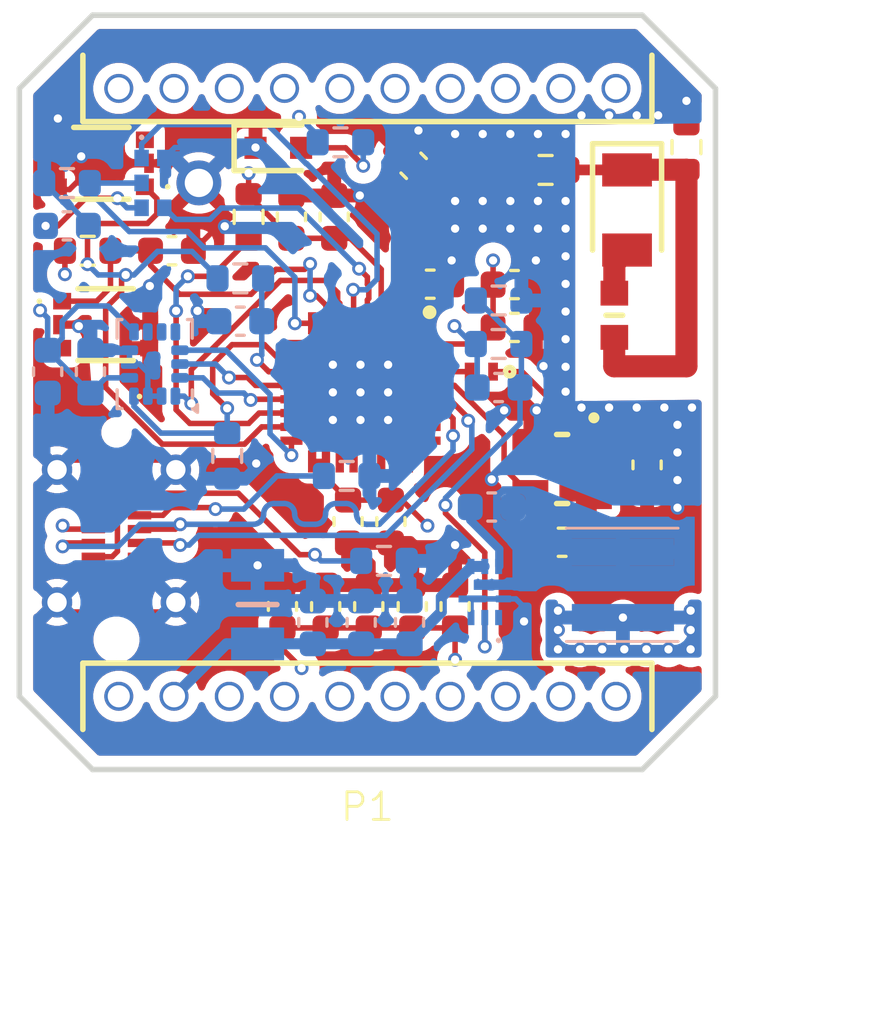
<source format=kicad_pcb>
(kicad_pcb (version 20241229) (generator "pcbnew") (generator_version "9.0")
  (layers (0 "F.Cu" signal) (4 "In1.Cu" power) (6 "In2.Cu" power) (2 "B.Cu" signal) (13 "F.Paste" user) (15 "B.Paste" user) (5 "F.SilkS" user "F.Silkscreen") (7 "B.SilkS" user "B.Silkscreen") (1 "F.Mask" user) (3 "B.Mask" user) (25 "Edge.Cuts" user))
  (net 0 "")
  (net 1 "Net-(ANT1-NC)")
  (net 2 "Net-(ANT1-FEED)")
  (net 3 "-BATT")
  (net 4 "/BOOT")
  (net 5 "+3V3")
  (net 6 "/RESET")
  (net 7 "/xtal_1")
  (net 8 "/xtal_2")
  (net 9 "Net-(C17-Pad1)")
  (net 10 "/antenna")
  (net 11 "+BATT")
  (net 12 "Net-(IC2-FB)")
  (net 13 "Net-(IC2-SW)")
  (net 14 "Net-(IC2-BST)")
  (net 15 "/USB_D-")
  (net 17 "/USB_D+")
  (net 18 "/SDA")
  (net 19 "/CS")
  (net 20 "/SCK")
  (net 21 "/int1")
  (net 23 "Net-(IC1-XTAL_P)")
  (net 26 "/SCL")
  (net 27 "Net-(IC1-GPIO8)")
  (net 29 "/DO")
  (net 32 "/WS")
  (net 33 "/SD")
  (net 50 "Net-(LED1-A)")
  (net 54 "GND")
  (net 57 "Net-(J2-CC1)")
  (net 60 "Net-(J2-CC2)")
  (footprint "2450AT18E0100E:ANTC3216X130N" (layer "F.Cu") (at 141.4 64.9 -90)
    (property "Reference" "ANT1" (hide yes))
    (property "Value" "2450AT18E0100E" (hide yes))
  )
  (footprint "Capacitor_SMD:C_0603_1608Metric" (layer "F.Cu") (at 132.05 79.25 90)
    (property "Reference" "C16" (hide yes))
    (property "Value" "22u" (hide yes))
  )
  (footprint "Capacitor_SMD:C_0603_1608Metric" (layer "F.Cu") (at 128.925 79.25 90)
    (property "Reference" "C14" (hide yes))
    (property "Value" "22u" (hide yes))
  )
  (footprint "Capacitor_SMD:C_0603_1608Metric" (layer "F.Cu") (at 133.625 79.25 90)
    (property "Reference" "C26" (hide yes))
    (property "Value" "100n" (hide yes))
  )
  (footprint "Resistor_SMD:R_0603_1608Metric" (layer "F.Cu") (at 121.875 66.375)
    (property "Reference" "R4" (hide yes))
    (property "Value" "10k" (hide yes))
  )
  (footprint "435151014824:435151014824" (layer "F.Cu") (at 122.37 63.21 180)
    (property "Reference" "SW2" (hide yes))
    (property "Value" "SW_Push" (hide yes))
  )
  (footprint "ESP32-C3FH4:QFN50P500X500X90-33N-D" (layer "F.Cu") (at 131.75 71.5 -90)
    (property "Reference" "IC1" (hide yes))
    (property "Value" "ESP32-C3FH4" (hide yes))
  )
  (footprint "Capacitor_SMD:C_0603_1608Metric" (layer "F.Cu") (at 130.8 65.15 -90)
    (property "Reference" "C7" (hide yes))
    (property "Value" "100n" (hide yes))
  )
  (footprint "Inductor_SMD:L_0402_1005Metric" (layer "F.Cu") (at 133.5 65.91 -90)
    (property "Reference" "L2" (hide yes))
    (property "Value" "TBD" (hide yes))
  )
  (footprint "Capacitor_SMD:C_0603_1608Metric" (layer "F.Cu") (at 139.05 76.925)
    (property "Reference" "C13" (hide yes))
    (property "Value" "TBD" (hide yes))
  )
  (footprint "Capacitor_SMD:C_0603_1608Metric" (layer "F.Cu") (at 129.25 65.15 -90)
    (property "Reference" "C5" (hide yes))
    (property "Value" "10n" (hide yes))
  )
  (footprint "Capacitor_SMD:C_0603_1608Metric" (layer "F.Cu") (at 124.925 66.375)
    (property "Reference" "C4" (hide yes))
    (property "Value" "100n" (hide yes))
  )
  (footprint "connector_usb_c:2193200001" (layer "F.Cu") (at 122.915 76.7 -90)
    (property "Reference" "J2" (hide yes))
    (property "Value" "219320-0001" (hide yes))
  )
  (footprint "Capacitor_SMD:C_0603_1608Metric" (layer "F.Cu") (at 131.3 76.175 90)
    (property "Reference" "C8" (hide yes))
    (property "Value" "100n" (hide yes))
  )
  (footprint "Capacitor_SMD:C_0603_1608Metric" (layer "F.Cu") (at 133.675 63.3 135)
    (property "Reference" "C17" (hide yes))
    (property "Value" "TBD" (hide yes))
  )
  (footprint "APT1608LSECK_J3-PRB:APT1608CGCK" (layer "F.Cu") (at 128.775 62.65)
    (property "Reference" "LED1" (hide yes))
    (property "Value" "APT1608LSECK_J3-PRV" (hide yes))
  )
  (footprint "ABM8-40.000MHZ-B2-T:ABM810000MHZ12D2W" (layer "F.Cu") (at 139.05 74.275 180)
    (property "Reference" "Y2" (hide yes))
    (property "Value" "ABM8-40.000MHZ-B2-T" (hide yes))
  )
  (footprint "Resistor_SMD:R_0603_1608Metric" (layer "F.Cu") (at 143.55 62.625 -90)
    (property "Reference" "R14" (hide yes))
    (property "Value" "0R" (hide yes))
  )
  (footprint "Capacitor_SMD:C_0603_1608Metric" (layer "F.Cu") (at 134.275 67.585)
    (property "Reference" "C18" (hide yes))
    (property "Value" "TBD" (hide yes))
  )
  (footprint "MHQ1005P24NGTD25:MHQ1005" (layer "F.Cu") (at 136.125 70.75 180)
    (property "Reference" "R5" (hide yes))
    (property "Value" "24nH" (hide yes))
  )
  (footprint "744786012A:INDC1608X95N" (layer "F.Cu") (at 140.94 68.71 -90)
    (property "Reference" "L3" (hide yes))
    (property "Value" "1n2" (hide yes))
  )
  (footprint "435151014824:435151014824" (layer "F.Cu") (at 122.525 69.05)
    (property "Reference" "SW1" (hide yes))
    (property "Value" "SW_Push" (hide yes))
  )
  (footprint "Capacitor_SMD:C_0603_1608Metric" (layer "F.Cu") (at 142.125 74.125 -90)
    (property "Reference" "C12" (hide yes))
    (property "Value" "TBD" (hide yes))
  )
  (footprint "drone_connector:drone_connector" (layer "F.Cu") (at 132.5 71.7)
    (property "Reference" "P1")
    (property "Value" "CF_EXP")
  )
  (footprint "Capacitor_SMD:C_0603_1608Metric" (layer "F.Cu") (at 135.175 79.25 90)
    (property "Reference" "C25" (hide yes))
    (property "Value" "4x 22u" (hide yes))
  )
  (footprint "Capacitor_SMD:C_0603_1608Metric" (layer "F.Cu") (at 132.85 76.175 90)
    (property "Reference" "C10" (hide yes))
    (property "Value" "10u" (hide yes))
  )
  (footprint "Capacitor_SMD:C_0603_1608Metric" (layer "F.Cu") (at 137.325 67.6 180)
    (property "Reference" "C9" (hide yes))
    (property "Value" "100n" (hide yes))
  )
  (footprint "Capacitor_SMD:C_0603_1608Metric" (layer "F.Cu") (at 137.325 69.15 180)
    (property "Reference" "C6" (hide yes))
    (property "Value" "1u" (hide yes))
  )
  (footprint "Resistor_SMD:R_0603_1608Metric" (layer "F.Cu") (at 138.45 63.45 180)
    (property "Reference" "R13" (hide yes))
    (property "Value" "0R" (hide yes))
  )
  (footprint "Capacitor_SMD:C_0603_1608Metric" (layer "F.Cu") (at 130.49 79.25 90)
    (property "Reference" "C15" (hide yes))
    (property "Value" "22u" (hide yes))
  )
  (footprint "Resistor_SMD:R_0603_1608Metric" (layer "F.Cu") (at 127.7 65.15 90)
    (property "Reference" "R10" (hide yes))
    (property "Value" "10k" (hide yes))
  )
  (footprint "Capacitor_SMD:C_0603_1608Metric" (layer "B.Cu") (at 136.5 75.65 180)
    (property "Reference" "C27" (hide yes))
    (property "Value" "100n" (hide yes))
  )
  (footprint "Capacitor_SMD:C_0603_1608Metric" (layer "B.Cu") (at 131.775 79.825 90)
    (property "Reference" "C21" (hide yes))
    (property "Value" "1u" (hide yes))
  )
  (footprint "Resistor_SMD:R_0603_1608Metric" (layer "B.Cu") (at 136.75 69.75)
    (property "Reference" "R15" (hide yes))
    (property "Value" "90k9" (hide yes))
  )
  (footprint "Resistor_SMD:R_0603_1608Metric" (layer "B.Cu") (at 132.6 77.6 180)
    (property "Reference" "R2" (hide yes))
    (property "Value" "5k1" (hide yes))
  )
  (footprint "Capacitor_SMD:C_0603_1608Metric" (layer "B.Cu") (at 121.125 65.475 180)
    (property "Reference" "C3" (hide yes))
    (property "Value" "100n" (hide yes))
  )
  (footprint "Resistor_SMD:R_0603_1608Metric" (layer "B.Cu") (at 136.75 68.175)
    (property "Reference" "R16" (hide yes))
    (property "Value" "20k" (hide yes))
  )
  (footprint "74438357015:74438357015" (layer "B.Cu") (at 141.25 78.465 -90)
    (property "Reference" "L4" (hide yes))
    (property "Value" "1.5u" (hide yes))
  )
  (footprint "Resistor_SMD:R_0603_1608Metric" (layer "B.Cu") (at 131.25 74.525)
    (property "Reference" "R3" (hide yes))
    (property "Value" "5k1" (hide yes))
  )
  (footprint "Resistor_SMD:R_0603_1608Metric" (layer "B.Cu") (at 126.925 73.8 -90)
    (property "Reference" "R1" (hide yes))
    (property "Value" "10k" (hide yes))
  )
  (footprint "Capacitor_SMD:C_0603_1608Metric" (layer "B.Cu") (at 121.975 70.75 -90)
    (property "Reference" "C2" (hide yes))
    (property "Value" "100n" (hide yes))
  )
  (footprint "Resistor_SMD:R_0603_1608Metric" (layer "B.Cu") (at 121.125 63.925 180)
    (property "Reference" "R6" (hide yes))
    (property "Value" "100k" (hide yes))
  )
  (footprint "TPSnew:TPS566238RQFR" (layer "B.Cu") (at 136.25 78.725 90)
    (property "Reference" "IC2" (hide yes))
    (property "Value" "TPS566238RQFR" (hide yes))
  )
  (footprint "Package_LGA:LGA-14_3x2.5mm_P0.5mm_LayoutBorder3x4y" (layer "B.Cu") (at 124.3 70.475 90)
    (property "Reference" "U1" (hide yes))
    (property "Value" "LSM6DS3" (hide yes))
  )
  (footprint "Capacitor_SMD:C_0603_1608Metric" (layer "B.Cu") (at 120.425 70.75 90)
    (property "Reference" "C1" (hide yes))
    (property "Value" "100n" (hide yes))
  )
  (footprint "Resistor_SMD:R_0603_1608Metric" (layer "B.Cu") (at 131.025 62.45)
    (property "Reference" "R11" (hide yes))
    (property "Value" "10k" (hide yes))
  )
  (footprint "ICS-43434:ICS43434" (layer "B.Cu") (at 125.19 63.92)
    (property "Reference" "IC3" (hide yes))
    (property "Value" "ICS-43434" (hide yes))
  )
  (footprint "Capacitor_SMD:C_0603_1608Metric" (layer "B.Cu") (at 130.025 79.825 90)
    (property "Reference" "C22" (hide yes))
    (property "Value" "100n" (hide yes))
  )
  (footprint "Capacitor_SMD:C_0603_1608Metric" (layer "B.Cu") (at 136.75 71.325)
    (property "Reference" "C24" (hide yes))
    (property "Value" "33p" (hide yes))
  )
  (footprint "Capacitor_SMD:C_0603_1608Metric" (layer "B.Cu") (at 127.4 68.925)
    (property "Reference" "C11" (hide yes))
    (property "Value" "1u" (hide yes))
  )
  (footprint "Capacitor_SMD:C_0603_1608Metric" (layer "B.Cu") (at 133.525 79.825 90)
    (property "Reference" "C20" (hide yes))
    (property "Value" "10n" (hide yes))
  )
  (footprint "cap_47u:CAPC3216X229N" (layer "B.Cu") (at 128.025 79.18 90)
    (property "Reference" "C19" (hide yes))
    (property "Value" "47u" (hide yes))
  )
  (footprint "Resistor_SMD:R_0603_1608Metric" (layer "B.Cu") (at 127.4 67.375 180)
    (property "Reference" "R9" (hide yes))
    (property "Value" "10k" (hide yes))
  )
  (gr_line (start 119.4 60.5) (end 119.4 82.5) (stroke (width 0.2)) (layer "Edge.Cuts"))
  (gr_line (start 119.4 82.5) (end 122.05 85.15) (stroke (width 0.2)) (layer "Edge.Cuts"))
  (gr_line (start 141.95 57.85) (end 122.05 57.85) (stroke (width 0.2)) (layer "Edge.Cuts"))
  (gr_line (start 141.95 57.85) (end 144.6 60.5) (stroke (width 0.2)) (layer "Edge.Cuts"))
  (gr_line (start 141.95 85.15) (end 122.05 85.15) (stroke (width 0.2)) (layer "Edge.Cuts"))
  (gr_line (start 141.95 85.15) (end 144.6 82.5) (stroke (width 0.2)) (layer "Edge.Cuts"))
  (gr_line (start 144.6 60.5) (end 144.6 82.5) (stroke (width 0.2)) (layer "Edge.Cuts"))
  (gr_line (start 119.4 60.5) (end 122.05 57.85) (stroke (width 0.2)) (layer "Edge.Cuts"))
  (segment (start 140.94 67.91) (end 140.94 66.81) (width 0.8) (layer "F.Cu") (net 1))
  (segment (start 140.94 66.81) (end 141.4 66.35) (width 0.8) (layer "F.Cu") (net 1))
  (segment (start 139.275 63.45) (end 141.4 63.45) (width 0.388) (layer "F.Cu") (net 2))
  (segment (start 140.935 69.515) (end 140.94 69.51) (width 0.8) (layer "F.Cu") (net 2))
  (segment (start 141.4 63.4425) (end 143.55 63.4425) (width 0.8) (layer "F.Cu") (net 2))
  (segment (start 140.935 70.5575) (end 140.935 69.515) (width 0.8) (layer "F.Cu") (net 2))
  (segment (start 143.55 63.4425) (end 143.55 70.5575) (width 0.8) (layer "F.Cu") (net 2))
  (segment (start 143.55 70.5575) (end 140.935 70.5575) (width 0.8) (layer "F.Cu") (net 2))
  (segment (start 122.26 65.39) (end 121.868137 65.781863) (width 0.2) (layer "F.Cu") (net 4))
  (segment (start 123.101 67.399) (end 123.101 67.8661) (width 0.2) (layer "F.Cu") (net 4))
  (segment (start 124.575 73.375) (end 127.55 73.375) (width 0.2) (layer "F.Cu") (net 4))
  (segment (start 122.525 68.4421) (end 122.525 71.325) (width 0.2) (layer "F.Cu") (net 4))
  (segment (start 122.525 71.325) (end 124.575 73.375) (width 0.2) (layer "F.Cu") (net 4))
  (segment (start 127.55 73.375) (end 128.175 72.75) (width 0.2) (layer "F.Cu") (net 4))
  (segment (start 124.377 64.492) (end 124.377 65.048232) (width 0.2) (layer "F.Cu") (net 4))
  (segment (start 123.25 67.25) (end 123.101 67.399) (width 0.2) (layer "F.Cu") (net 4))
  (segment (start 124.377 65.048232) (end 124.035232 65.39) (width 0.2) (layer "F.Cu") (net 4))
  (segment (start 123.101 67.8661) (end 122.525 68.4421) (width 0.2) (layer "F.Cu") (net 4))
  (segment (start 128.175 72.75) (end 129.25 72.75) (width 0.2) (layer "F.Cu") (net 4))
  (segment (start 121.868137 65.781863) (end 121.868137 66.861541) (width 0.2) (layer "F.Cu") (net 4))
  (segment (start 124.035232 65.39) (end 122.26 65.39) (width 0.2) (layer "F.Cu") (net 4))
  (segment (start 123.945 64.06) (end 124.377 64.492) (width 0.2) (layer "F.Cu") (net 4))
  (via (at 123.25 67.25) (size 0.5) (drill 0.3) (layers "F.Cu" "B.Cu") (net 4))
  (via (at 121.868137 66.861541) (size 0.5) (drill 0.3) (layers "F.Cu" "B.Cu") (net 4))
  (segment (start 126.575 67.325) (end 126.575 67.375) (width 0.2) (layer "B.Cu") (net 4))
  (segment (start 125.65 66.4) (end 126.575 67.325) (width 0.2) (layer "B.Cu") (net 4))
  (segment (start 122.256596 67.25) (end 121.868137 66.861541) (width 0.2) (layer "B.Cu") (net 4))
  (segment (start 123.25 67.25) (end 122.256596 67.25) (width 0.2) (layer "B.Cu") (net 4))
  (segment (start 123.55 67.25) (end 124.4 66.4) (width 0.2) (layer "B.Cu") (net 4))
  (segment (start 123.25 67.25) (end 123.55 67.25) (width 0.2) (layer "B.Cu") (net 4))
  (segment (start 124.4 66.4) (end 125.65 66.4) (width 0.2) (layer "B.Cu") (net 4))
  (segment (start 134.25 69.75) (end 135.95 69.75) (width 0.2) (layer "F.Cu") (net 5))
  (segment (start 136.55 69.15) (end 136.55 67.6) (width 0.2) (layer "F.Cu") (net 5))
  (segment (start 120.35 65.475) (end 120.8 65.475) (width 0.2) (layer "F.Cu") (net 5))
  (segment (start 130.49 80.025) (end 132.05 80.025) (width 0.2) (layer "F.Cu") (net 5))
  (segment (start 120.8 65.475) (end 121.800001 64.474999) (width 0.2) (layer "F.Cu") (net 5))
  (segment (start 133 69) (end 132.5 69) (width 0.2) (layer "F.Cu") (net 5))
  (segment (start 133.25 75.4) (end 134.175 76.325) (width 0.2) (layer "F.Cu") (net 5))
  (segment (start 122.952817 64.474999) (end 122.947816 64.48) (width 0.2) (layer "F.Cu") (net 5))
  (segment (start 131.379232 65.925) (end 130.8 65.925) (width 0.2) (layer "F.Cu") (net 5))
  (segment (start 128.351409 70.673591) (end 128.427818 70.75) (width 0.2) (layer "F.Cu") (net 5))
  (segment (start 129.618612 81.482117) (end 128.925 80.788505) (width 0.2) (layer "F.Cu") (net 5))
  (segment (start 130.8 65.925) (end 129.25 65.925) (width 0.2) (layer "F.Cu") (net 5))
  (segment (start 132.05 80.025) (end 133.625 80.025) (width 0.2) (layer "F.Cu") (net 5))
  (segment (start 127.7 64.375) (end 129.25 65.925) (width 0.2) (layer "F.Cu") (net 5))
  (segment (start 132.85 75.4) (end 133.25 75.4) (width 0.2) (layer "F.Cu") (net 5))
  (segment (start 121.800001 64.474999) (end 122.952817 64.474999) (width 0.2) (layer "F.Cu") (net 5))
  (segment (start 121.05 66.375) (end 121.05 67.225) (width 0.2) (layer "F.Cu") (net 5))
  (segment (start 128.925 80.025) (end 130.49 80.025) (width 0.2) (layer "F.Cu") (net 5))
  (segment (start 135.175 80.025) (end 135.175 81.175) (width 0.2) (layer "F.Cu") (net 5))
  (segment (start 133.625 80.025) (end 135.175 80.025) (width 0.2) (layer "F.Cu") (net 5))
  (segment (start 130.5 74) (end 130 74) (width 0.2) (layer "F.Cu") (net 5))
  (segment (start 128.427818 70.75) (end 129.25 70.75) (width 0.2) (layer "F.Cu") (net 5))
  (segment (start 131.3 75.4) (end 130.5 74.6) (width 0.2) (layer "F.Cu") (net 5))
  (segment (start 132.5 67.045768) (end 131.379232 65.925) (width 0.2) (layer "F.Cu") (net 5))
  (segment (start 130.5 74.6) (end 130.5 74) (width 0.2) (layer "F.Cu") (net 5))
  (segment (start 134.25 70.25) (end 134.25 69.75) (width 0.2) (layer "F.Cu") (net 5))
  (segment (start 127.7 64.325) (end 127.7 63.57) (width 0.2) (layer "F.Cu") (net 5))
  (segment (start 132.85 75.4) (end 131.3 75.4) (width 0.2) (layer "F.Cu") (net 5))
  (segment (start 128.351409 70.673591) (end 128.002817 70.325) (width 0.2) (layer "F.Cu") (net 5))
  (segment (start 132.5 69) (end 132.5 67.045768) (width 0.2) (layer "F.Cu") (net 5))
  (segment (start 128.925 80.788505) (end 128.925 80.025) (width 0.2) (layer "F.Cu") (net 5))
  (segment (start 136.55 67.6) (end 136.55 66.725) (width 0.2) (layer "F.Cu") (net 5))
  (segment (start 135.95 69.75) (end 136.55 69.15) (width 0.2) (layer "F.Cu") (net 5))
  (segment (start 128.427817 70.75) (end 128.351409 70.673591) (width 0.2) (layer "F.Cu") (net 5))
  (via (at 129.618612 81.482117) (size 0.5) (drill 0.3) (layers "F.Cu" "B.Cu") (net 5))
  (via (at 138.9 80.8) (size 0.5) (drill 0.3) (layers "F.Cu" "B.Cu") (net 5))
  (via (at 135.15 69.1) (size 0.5) (drill 0.3) (layers "F.Cu" "B.Cu") (net 5))
  (via (at 121.05 67.225) (size 0.5) (drill 0.3) (layers "F.Cu" "B.Cu") (net 5))
  (via (at 129.525 61.525) (size 0.5) (drill 0.3) (layers "F.Cu" "B.Cu") (net 5))
  (via (at 136.55 66.725) (size 0.5) (drill 0.3) (layers "F.Cu" "B.Cu") (net 5))
  (via (at 142.9 80.8) (size 0.5) (drill 0.3) (layers "F.Cu" "B.Cu") (net 5))
  (via (at 134.175 76.325) (size 0.5) (drill 0.3) (layers "F.Cu" "B.Cu") (net 5))
  (via (at 122.952817 64.474999) (size 0.5) (drill 0.3) (layers "F.Cu" "B.Cu") (net 5))
  (via (at 143.7 80.8) (size 0.5) (drill 0.3) (layers "F.Cu" "B.Cu") (net 5))
  (via (at 138.9 80.1) (size 0.5) (drill 0.3) (layers "F.Cu" "B.Cu") (net 5))
  (via (at 127.7 63.57) (size 0.5) (drill 0.3) (layers "F.Cu" "B.Cu") (net 5))
  (via (at 128.002817 70.325) (size 0.5) (drill 0.3) (layers "F.Cu" "B.Cu") (net 5))
  (via (at 139.7 80.8) (size 0.5) (drill 0.3) (layers "F.Cu" "B.Cu") (net 5))
  (via (at 142.1 80.8) (size 0.5) (drill 0.3) (layers "F.Cu" "B.Cu") (net 5))
  (via (at 120.35 65.475) (size 0.5) (drill 0.3) (layers "F.Cu" "B.Cu") (net 5))
  (via (at 141.3 80.8) (size 0.5) (drill 0.3) (layers "F.Cu" "B.Cu") (net 5))
  (via (at 120.15 68.53) (size 0.5) (drill 0.3) (layers "F.Cu" "B.Cu") (net 5))
  (via (at 143.7 79.4) (size 0.5) (drill 0.3) (layers "F.Cu" "B.Cu") (net 5))
  (via (at 141.25 79.65) (size 0.5) (drill 0.3) (layers "F.Cu" "B.Cu") (net 5))
  (via (at 140.5 80.8) (size 0.5) (drill 0.3) (layers "F.Cu" "B.Cu") (net 5))
  (via (at 138.9 79.4) (size 0.5) (drill 0.3) (layers "F.Cu" "B.Cu") (net 5))
  (via (at 143.7 80.1) (size 0.5) (drill 0.3) (layers "F.Cu" "B.Cu") (net 5))
  (via (at 135.175 81.175) (size 0.5) (drill 0.3) (layers "F.Cu" "B.Cu") (net 5))
  (segment (start 129.525 61.525) (end 130.2 62.2) (width 0.2) (layer "B.Cu") (net 5))
  (segment (start 121.975 71.525) (end 122.525 70.975) (width 0.2) (layer "B.Cu") (net 5))
  (segment (start 120.425 68.805) (end 120.15 68.53) (width 0.2) (layer "B.Cu") (net 5))
  (segment (start 135.975 69.8) (end 135.925 69.75) (width 0.2) (layer "B.Cu") (net 5))
  (segment (start 135.15 69.1) (end 135.8 69.75) (width 0.2) (layer "B.Cu") (net 5))
  (segment (start 122.6115 68.374) (end 121.506 68.374) (width 0.2) (layer "B.Cu") (net 5))
  (segment (start 120.425 69.975) (end 120.425 68.805) (width 0.2) (layer "B.Cu") (net 5))
  (segment (start 122.952817 64.474999) (end 123.297818 64.82) (width 0.2) (layer "B.Cu") (net 5))
  (segment (start 120.95 68.93) (end 120.95 69.54) (width 0.2) (layer "B.Cu") (net 5))
  (segment (start 128.175 70.152817) (end 128.002817 70.325) (width 0.2) (layer "B.Cu") (net 5))
  (segment (start 123.297818 64.82) (end 123.826 64.82) (width 0.2) (layer "B.Cu") (net 5))
  (segment (start 135.975 71.325) (end 135.975 69.8) (width 0.2) (layer "B.Cu") (net 5))
  (segment (start 135.8 69.75) (end 135.925 69.75) (width 0.2) (layer "B.Cu") (net 5))
  (segment (start 128.175 67.425) (end 128.225 67.375) (width 0.2) (layer "B.Cu") (net 5))
  (segment (start 128.175 68.925) (end 128.175 70.152817) (width 0.2) (layer "B.Cu") (net 5))
  (segment (start 122.525 70.975) (end 123.3875 70.975) (width 0.2) (layer "B.Cu") (net 5))
  (segment (start 120.515 69.975) (end 120.425 69.975) (width 0.2) (layer "B.Cu") (net 5))
  (segment (start 130.2 62.2) (end 130.2 62.45) (width 0.2) (layer "B.Cu") (net 5))
  (segment (start 120.95 69.54) (end 120.515 69.975) (width 0.2) (layer "B.Cu") (net 5))
  (segment (start 121.506 68.374) (end 120.95 68.93) (width 0.2) (layer "B.Cu") (net 5))
  (segment (start 128.175 68.925) (end 128.175 67.425) (width 0.2) (layer "B.Cu") (net 5))
  (segment (start 121.975 71.525) (end 120.425 69.975) (width 0.2) (layer "B.Cu") (net 5))
  (segment (start 123.55 69.3125) (end 122.6115 68.374) (width 0.2) (layer "B.Cu") (net 5))
  (segment (start 124.15 66.375) (end 122.7 66.375) (width 0.2) (layer "F.Cu") (net 6))
  (segment (start 129.726 67.049) (end 128.6918 67.049) (width 0.2) (layer "F.Cu") (net 6))
  (segment (start 122.7 67.7) (end 122.2 68.2) (width 0.2) (layer "F.Cu") (net 6))
  (segment (start 128.6918 67.049) (end 127.7908 67.95) (width 0.2) (layer "F.Cu") (net 6))
  (segment (start 122.7 66.375) (end 122.7 67.7) (width 0.2) (layer "F.Cu") (net 6))
  (segment (start 127.7908 67.95) (end 125.2 67.95) (width 0.2) (layer "F.Cu") (net 6))
  (segment (start 125.2 67.95) (end 124.15 66.9) (width 0.2) (layer "F.Cu") (net 6))
  (segment (start 122.2 68.2) (end 120.95 68.2) (width 0.2) (layer "F.Cu") (net 6))
  (segment (start 129.925 66.85) (end 129.726 67.049) (width 0.2) (layer "F.Cu") (net 6))
  (segment (start 130.5 68.348) (end 130.152 68) (width 0.2) (layer "F.Cu") (net 6))
  (segment (start 130.152 68) (end 129.925 68) (width 0.2) (layer "F.Cu") (net 6))
  (segment (start 130.5 69) (end 130.5 68.348) (width 0.2) (layer "F.Cu") (net 6))
  (segment (start 124.15 66.9) (end 124.15 66.375) (width 0.2) (layer "F.Cu") (net 6))
  (via (at 129.925 66.85) (size 0.5) (drill 0.3) (layers "F.Cu" "B.Cu") (net 6))
  (via (at 129.925 68) (size 0.5) (drill 0.3) (layers "F.Cu" "B.Cu") (net 6))
  (segment (start 129.925 68) (end 129.925 66.85) (width 0.2) (layer "B.Cu") (net 6))
  (segment (start 137.6 70.75) (end 136.55 70.75) (width 0.2) (layer "F.Cu") (net 7))
  (segment (start 140.2 73.35) (end 137.6 70.75) (width 0.2) (layer "F.Cu") (net 7))
  (segment (start 142.125 73.35) (end 140.2 73.35) (width 0.2) (layer "F.Cu") (net 7))
  (segment (start 136.949 73.044768) (end 135.154232 71.25) (width 0.2) (layer "F.Cu") (net 8))
  (segment (start 137.9 75.2) (end 136.949 74.249) (width 0.2) (layer "F.Cu") (net 8))
  (segment (start 135.154232 71.25) (end 134.25 71.25) (width 0.2) (layer "F.Cu") (net 8))
  (segment (start 137.9 76.55) (end 138.275 76.925) (width 0.2) (layer "F.Cu") (net 8))
  (segment (start 137.9 75.2) (end 137.9 76.55) (width 0.2) (layer "F.Cu") (net 8))
  (segment (start 136.949 74.249) (end 136.949 73.044768) (width 0.2) (layer "F.Cu") (net 8))
  (segment (start 135.475 63.45) (end 137.625 63.45) (width 0.388) (layer "F.Cu") (net 9))
  (arc (start 133.5 65.425) (mid 134.078464 64.028464) (end 135.475 63.45) (width 0.388) (layer "F.Cu") (net 9))
  (segment (start 133.5 69) (end 133.5 67.585) (width 0.388) (layer "F.Cu") (net 10))
  (segment (start 133.5 67.585) (end 133.5 66.395) (width 0.388) (layer "F.Cu") (net 10))
  (segment (start 134.675 78.90852) (end 135.75 77.83352) (width 0.4) (layer "B.Cu") (net 11))
  (segment (start 131.775 80.6) (end 133.525 80.6) (width 0.4) (layer "B.Cu") (net 11))
  (segment (start 134.675 79.45) (end 134.675 78.90852) (width 0.4) (layer "B.Cu") (net 11))
  (segment (start 135.75 77.8) (end 136.224 77.8) (width 0.4) (layer "B.Cu") (net 11))
  (segment (start 133.525 80.6) (end 134.675 79.45) (width 0.4) (layer "B.Cu") (net 11))
  (segment (start 128.025 80.6) (end 130.025 80.6) (width 0.4) (layer "B.Cu") (net 11))
  (segment (start 125 82.5) (end 126.9 80.6) (width 0.4) (layer "B.Cu") (net 11))
  (segment (start 126.9 80.6) (end 128.025 80.6) (width 0.4) (layer "B.Cu") (net 11))
  (segment (start 130.025 80.6) (end 131.775 80.6) (width 0.4) (layer "B.Cu") (net 11))
  (segment (start 135.75 77.83352) (end 135.75 77.8) (width 0.4) (layer "B.Cu") (net 11))
  (segment (start 136.25 77.3) (end 136.25 80.7) (width 0.2) (layer "F.Cu") (net 12))
  (segment (start 134.825 75.875) (end 136.25 77.3) (width 0.2) (layer "F.Cu") (net 12))
  (segment (start 134.825 75.579898) (end 134.825 75.875) (width 0.2) (layer "F.Cu") (net 12))
  (via (at 136.25 80.7) (size 0.5) (drill 0.3) (layers "F.Cu" "B.Cu") (net 12))
  (via (at 134.825 75.579898) (size 0.5) (drill 0.3) (layers "F.Cu" "B.Cu") (net 12))
  (segment (start 136.25 79.65) (end 136.25 80.7) (width 0.2) (layer "B.Cu") (net 12))
  (segment (start 135.925 68.175) (end 136 68.175) (width 0.2) (layer "B.Cu") (net 12))
  (segment (start 137.575 69.75) (end 137.575 71.275) (width 0.2) (layer "B.Cu") (net 12))
  (segment (start 134.825 75.32489) (end 134.825 75.579898) (width 0.2) (layer "B.Cu") (net 12))
  (segment (start 137.525 71.325) (end 137.525 72.62489) (width 0.2) (layer "B.Cu") (net 12))
  (segment (start 137.525 72.62489) (end 134.825 75.32489) (width 0.2) (layer "B.Cu") (net 12))
  (segment (start 137.575 71.275) (end 137.525 71.325) (width 0.2) (layer "B.Cu") (net 12))
  (segment (start 136 68.175) (end 137.575 69.75) (width 0.2) (layer "B.Cu") (net 12))
  (segment (start 135.725 76.125) (end 136.775 77.175) (width 0.3) (layer "B.Cu") (net 14))
  (segment (start 135.725 75.65) (end 135.725 76.125) (width 0.3) (layer "B.Cu") (net 14))
  (segment (start 136.775 77.175) (end 136.775 77.8) (width 0.3) (layer "B.Cu") (net 14))
  (segment (start 125.225 77.025) (end 125.15 76.95) (width 0.2) (layer "F.Cu") (net 15))
  (segment (start 122.08 76.45) (end 121.092692 76.45) (width 0.2) (layer "F.Cu") (net 15))
  (segment (start 121.092692 76.45) (end 120.967692 76.325) (width 0.2) (layer "F.Cu") (net 15))
  (segment (start 134.975 71.75) (end 134.25 71.75) (width 0.2) (layer "F.Cu") (net 15))
  (segment (start 135.65 72.425) (end 134.975 71.75) (width 0.2) (layer "F.Cu") (net 15))
  (segment (start 125.15 76.95) (end 123.75 76.95) (width 0.2) (layer "F.Cu") (net 15))
  (segment (start 135.65 72.525) (end 135.65 72.425) (width 0.2) (layer "F.Cu") (net 15))
  (via (at 125.225 77.025) (size 0.5) (drill 0.3) (layers "F.Cu" "B.Cu") (net 15))
  (via (at 120.967692 76.325) (size 0.5) (drill 0.3) (layers "F.Cu" "B.Cu") (net 15))
  (via (at 135.65 72.525) (size 0.5) (drill 0.3) (layers "F.Cu" "B.Cu") (net 15))
  (segment (start 135.65 72.525) (end 135.78 72.655) (width 0.2) (layer "B.Cu") (net 15))
  (segment (start 135.78 73.563198) (end 132.667198 76.676) (width 0.2) (layer "B.Cu") (net 15))
  (segment (start 135.78 72.655) (end 135.78 73.563198) (width 0.2) (layer "B.Cu") (net 15))
  (segment (start 125.55 77.025) (end 125.225 77.025) (width 0.2) (layer "B.Cu") (net 15))
  (segment (start 132.667198 76.676) (end 125.899 76.676) (width 0.2) (layer "B.Cu") (net 15))
  (segment (start 125.899 76.676) (end 125.55 77.025) (width 0.2) (layer "B.Cu") (net 15))
  (segment (start 135.1 72.448) (end 135.1 73.075) (width 0.2) (layer "F.Cu") (net 17))
  (segment (start 134.902 72.25) (end 135.1 72.448) (width 0.2) (layer "F.Cu") (net 17))
  (segment (start 134.25 72.25) (end 134.902 72.25) (width 0.2) (layer "F.Cu") (net 17))
  (segment (start 125.225 76.275) (end 125.05 76.45) (width 0.2) (layer "F.Cu") (net 17))
  (segment (start 122.08 76.95) (end 121.092692 76.95) (width 0.2) (layer "F.Cu") (net 17))
  (segment (start 125.05 76.45) (end 123.75 76.45) (width 0.2) (layer "F.Cu") (net 17))
  (segment (start 121.092692 76.95) (end 120.967692 77.075) (width 0.2) (layer "F.Cu") (net 17))
  (via (at 135.1 73.075) (size 0.5) (drill 0.3) (layers "F.Cu" "B.Cu") (net 17))
  (via (at 125.225 76.275) (size 0.5) (drill 0.3) (layers "F.Cu" "B.Cu") (net 17))
  (via (at 120.967692 77.075) (size 0.5) (drill 0.3) (layers "F.Cu" "B.Cu") (net 17))
  (segment (start 122.975 77.075) (end 123.775 76.275) (width 0.2) (layer "B.Cu") (net 17))
  (segment (start 131.98 76.275) (end 132.35 76.275) (width 0.2) (layer "B.Cu") (net 17))
  (segment (start 128.62 75.525) (end 128.99 75.525) (width 0.2) (layer "B.Cu") (net 17))
  (segment (start 130.86 75.525) (end 131.23 75.525) (width 0.2) (layer "B.Cu") (net 17))
  (segment (start 120.967692 77.075) (end 122.975 77.075) (width 0.2) (layer "B.Cu") (net 17))
  (segment (start 132.431802 76.275) (end 134.08643 74.62037) (width 0.2) (layer "B.Cu") (net 17))
  (segment (start 125.225 76.275) (end 127.87 76.275) (width 0.2) (layer "B.Cu") (net 17))
  (segment (start 129.74 76.275) (end 130.11 76.275) (width 0.2) (layer "B.Cu") (net 17))
  (segment (start 132.35 76.275) (end 132.431802 76.275) (width 0.2) (layer "B.Cu") (net 17))
  (segment (start 135.1 73.606802) (end 135.1 73.075) (width 0.2) (layer "B.Cu") (net 17))
  (segment (start 134.08643 74.62037) (end 135.1 73.606802) (width 0.2) (layer "B.Cu") (net 17))
  (segment (start 123.775 76.275) (end 125.225 76.275) (width 0.2) (layer "B.Cu") (net 17))
  (arc (start 131.23 75.525) (mid 131.495165 75.634835) (end 131.605 75.9) (width 0.2) (layer "B.Cu") (net 17))
  (arc (start 130.11 76.275) (mid 130.375165 76.165165) (end 130.485 75.9) (width 0.2) (layer "B.Cu") (net 17))
  (arc (start 128.245 75.9) (mid 128.354835 75.634835) (end 128.62 75.525) (width 0.2) (layer "B.Cu") (net 17))
  (arc (start 131.605 75.9) (mid 131.714835 76.165165) (end 131.98 76.275) (width 0.2) (layer "B.Cu") (net 17))
  (arc (start 130.485 75.9) (mid 130.594835 75.634835) (end 130.86 75.525) (width 0.2) (layer "B.Cu") (net 17))
  (arc (start 127.87 76.275) (mid 128.135165 76.165165) (end 128.245 75.9) (width 0.2) (layer "B.Cu") (net 17))
  (arc (start 129.365 75.9) (mid 129.474835 76.165165) (end 129.74 76.275) (width 0.2) (layer "B.Cu") (net 17))
  (arc (start 128.99 75.525) (mid 129.255165 75.634835) (end 129.365 75.9) (width 0.2) (layer "B.Cu") (net 17))
  (segment (start 127.8 71.75) (end 129.25 71.75) (width 0.2) (layer "F.Cu") (net 18))
  (segment (start 127.775 71.775) (end 127.8 71.75) (width 0.2) (layer "F.Cu") (net 18))
  (via (at 127.775 71.775) (size 0.5) (drill 0.3) (layers "F.Cu" "B.Cu") (net 18))
  (segment (start 126.05 70.975) (end 125.2125 70.975) (width 0.2) (layer "B.Cu") (net 18))
  (segment (start 126.6 71.525) (end 126.05 70.975) (width 0.2) (layer "B.Cu") (net 18))
  (segment (start 127.775 71.775) (end 127.525 71.525) (width 0.2) (layer "B.Cu") (net 18))
  (segment (start 127.525 71.525) (end 126.6 71.525) (width 0.2) (layer "B.Cu") (net 18))
  (segment (start 129.25 73.25) (end 129.25 73.775) (width 0.2) (layer "F.Cu") (net 19))
  (via (at 129.25 73.775) (size 0.5) (drill 0.3) (layers "F.Cu" "B.Cu") (net 19))
  (segment (start 129.25 73.775) (end 128.475 73) (width 0.2) (layer "B.Cu") (net 19))
  (segment (start 128.475 73) (end 128.475 71.575) (width 0.2) (layer "B.Cu") (net 19))
  (segment (start 128.475 71.575) (end 126.875 69.975) (width 0.2) (layer "B.Cu") (net 19))
  (segment (start 126.875 69.975) (end 125.2125 69.975) (width 0.2) (layer "B.Cu") (net 19))
  (segment (start 132 67.595767) (end 132.051 67.646767) (width 0.2) (layer "F.Cu") (net 20))
  (segment (start 132.051 67.646767) (end 132.051 68.103231) (width 0.2) (layer "F.Cu") (net 20))
  (segment (start 132.051 68.103231) (end 132 68.154231) (width 0.2) (layer "F.Cu") (net 20))
  (segment (start 132 68.154231) (end 132 69) (width 0.2) (layer "F.Cu") (net 20))
  (segment (start 131.7 67.025) (end 132 67.325) (width 0.2) (layer "F.Cu") (net 20))
  (segment (start 132 67.325) (end 132 67.595767) (width 0.2) (layer "F.Cu") (net 20))
  (via (at 131.7 67.025) (size 0.5) (drill 0.3) (layers "F.Cu" "B.Cu") (net 20))
  (segment (start 126.3 65.24) (end 125.068 65.24) (width 0.2) (layer "B.Cu") (net 20))
  (segment (start 125.068 65.24) (end 124.648 64.82) (width 0.2) (layer "B.Cu") (net 20))
  (segment (start 129.505 64.83) (end 126.71 64.83) (width 0.2) (layer "B.Cu") (net 20))
  (segment (start 126.71 64.83) (end 126.3 65.24) (width 0.2) (layer "B.Cu") (net 20))
  (segment (start 131.7 67.025) (end 129.505 64.83) (width 0.2) (layer "B.Cu") (net 20))
  (segment (start 126.4 71.55) (end 126.925 72.075) (width 0.2) (layer "F.Cu") (net 21))
  (segment (start 128.75 70.25) (end 128.275 69.775) (width 0.2) (layer "F.Cu") (net 21))
  (segment (start 127.1 69.775) (end 126.4 70.475) (width 0.2) (layer "F.Cu") (net 21))
  (segment (start 129.25 70.25) (end 128.75 70.25) (width 0.2) (layer "F.Cu") (net 21))
  (segment (start 126.4 70.475) (end 126.4 71.55) (width 0.2) (layer "F.Cu") (net 21))
  (segment (start 128.275 69.775) (end 127.1 69.775) (width 0.2) (layer "F.Cu") (net 21))
  (via (at 126.925 72.075) (size 0.5) (drill 0.3) (layers "F.Cu" "B.Cu") (net 21))
  (segment (start 123.55 71.6375) (end 123.55 72.001848) (width 0.2) (layer "B.Cu") (net 21))
  (segment (start 126.925 72.975) (end 126.925 72.075) (width 0.2) (layer "B.Cu") (net 21))
  (segment (start 124.523152 72.975) (end 126.925 72.975) (width 0.2) (layer "B.Cu") (net 21))
  (segment (start 123.55 72.001848) (end 124.523152 72.975) (width 0.2) (layer "B.Cu") (net 21))
  (segment (start 135.7 70.75) (end 134.25 70.75) (width 0.2) (layer "F.Cu") (net 23))
  (segment (start 126.988909 70.963909) (end 127.663909 70.963909) (width 0.2) (layer "F.Cu") (net 26))
  (segment (start 127.663909 70.963909) (end 127.95 71.25) (width 0.2) (layer "F.Cu") (net 26))
  (segment (start 127.95 71.25) (end 129.25 71.25) (width 0.2) (layer "F.Cu") (net 26))
  (via (at 126.988909 70.963909) (size 0.5) (drill 0.3) (layers "F.Cu" "B.Cu") (net 26))
  (segment (start 126.5 70.475) (end 125.2125 70.475) (width 0.2) (layer "B.Cu") (net 26))
  (segment (start 126.988909 70.963909) (end 126.5 70.475) (width 0.2) (layer "B.Cu") (net 26))
  (segment (start 126.375 67.3) (end 127.7 65.975) (width 0.2) (layer "F.Cu") (net 27))
  (segment (start 125.075 72.129232) (end 125.075 68.825) (width 0.2) (layer "F.Cu") (net 27))
  (segment (start 125.075 68.825) (end 125.075 68.55) (width 0.2) (layer "F.Cu") (net 27))
  (segment (start 127.703232 72.626) (end 125.571768 72.626) (width 0.2) (layer "F.Cu") (net 27))
  (segment (start 125.5 67.3) (end 126.375 67.3) (width 0.2) (layer "F.Cu") (net 27))
  (segment (start 129.25 72.25) (end 128.079232 72.25) (width 0.2) (layer "F.Cu") (net 27))
  (segment (start 125.571768 72.626) (end 125.075 72.129232) (width 0.2) (layer "F.Cu") (net 27))
  (segment (start 128.079232 72.25) (end 127.703232 72.626) (width 0.2) (layer "F.Cu") (net 27))
  (via (at 125.075 68.55) (size 0.5) (drill 0.3) (layers "F.Cu" "B.Cu") (net 27))
  (via (at 125.5 67.3) (size 0.5) (drill 0.3) (layers "F.Cu" "B.Cu") (net 27))
  (segment (start 125.075 67.725) (end 125.075 68.55) (width 0.2) (layer "B.Cu") (net 27))
  (segment (start 125.5 67.3) (end 125.075 67.725) (width 0.2) (layer "B.Cu") (net 27))
  (segment (start 131 69) (end 131 68.279232) (width 0.2) (layer "F.Cu") (net 29))
  (segment (start 128.8579 67.45) (end 125.625 70.6829) (width 0.2) (layer "F.Cu") (net 29))
  (segment (start 130.924 68.203232) (end 130.924 67.8865) (width 0.2) (layer "F.Cu") (net 29))
  (segment (start 125.625 70.6829) (end 125.625 71.9) (width 0.2) (layer "F.Cu") (net 29))
  (segment (start 131 68.279232) (end 130.924 68.203232) (width 0.2) (layer "F.Cu") (net 29))
  (segment (start 130.924 67.8865) (end 130.4875 67.45) (width 0.2) (layer "F.Cu") (net 29))
  (segment (start 130.4875 67.45) (end 128.8579 67.45) (width 0.2) (layer "F.Cu") (net 29))
  (via (at 125.625 71.9) (size 0.5) (drill 0.3) (layers "F.Cu" "B.Cu") (net 29))
  (segment (start 125.05 71.6375) (end 125.3625 71.6375) (width 0.2) (layer "B.Cu") (net 29))
  (segment (start 125.3625 71.6375) (end 125.625 71.9) (width 0.2) (layer "B.Cu") (net 29))
  (segment (start 131.483918 67.785926) (end 131.5 67.802008) (width 0.2) (layer "F.Cu") (net 32))
  (segment (start 131.5 67.802008) (end 131.5 69) (width 0.2) (layer "F.Cu") (net 32))
  (via (at 131.483918 67.785926) (size 0.5) (drill 0.3) (layers "F.Cu" "B.Cu") (net 32))
  (segment (start 129.786936 63.226) (end 129.499 62.938064) (width 0.2) (layer "B.Cu") (net 32))
  (segment (start 124.52 61.81) (end 123.826 62.504) (width 0.2) (layer "B.Cu") (net 32))
  (segment (start 132.35 65.77) (end 131.506 64.926) (width 0.2) (layer "B.Cu") (net 32))
  (segment (start 123.826 62.504) (end 123.826 63.02) (width 0.2) (layer "B.Cu") (net 32))
  (segment (start 131.174 64.603232) (end 131.174 64.594) (width 0.2) (layer "B.Cu") (net 32))
  (segment (start 131.174 64.594) (end 129.806 63.226) (width 0.2) (layer "B.Cu") (net 32))
  (segment (start 129.806 63.226) (end 129.786936 63.226) (width 0.2) (layer "B.Cu") (net 32))
  (segment (start 129.499 62.919) (end 128.39 61.81) (width 0.2) (layer "B.Cu") (net 32))
  (segment (start 132.35 67.4) (end 132.35 65.77) (width 0.2) (layer "B.Cu") (net 32))
  (segment (start 129.499 62.938064) (end 129.499 62.919) (width 0.2) (layer "B.Cu") (net 32))
  (segment (start 128.39 61.81) (end 124.52 61.81) (width 0.2) (layer "B.Cu") (net 32))
  (segment (start 131.496768 64.926) (end 131.174 64.603232) (width 0.2) (layer "B.Cu") (net 32))
  (segment (start 131.483918 67.785926) (end 131.964074 67.785926) (width 0.2) (layer "B.Cu") (net 32))
  (segment (start 131.964074 67.785926) (end 132.35 67.4) (width 0.2) (layer "B.Cu") (net 32))
  (segment (start 131.506 64.926) (end 131.496768 64.926) (width 0.2) (layer "B.Cu") (net 32))
  (segment (start 130 69) (end 129.375 69) (width 0.2) (layer "F.Cu") (net 33))
  (via (at 129.375 69) (size 0.5) (drill 0.3) (layers "F.Cu" "B.Cu") (net 33))
  (segment (start 128.309064 66.27) (end 126.0871 66.27) (width 0.2) (layer "B.Cu") (net 33))
  (segment (start 125.4971 65.68) (end 123.38 65.68) (width 0.2) (layer "B.Cu") (net 33))
  (segment (start 121.95 64.25) (end 121.95 63.925) (width 0.2) (layer "B.Cu") (net 33))
  (segment (start 126.0871 66.27) (end 125.4971 65.68) (width 0.2) (layer "B.Cu") (net 33))
  (segment (start 121.95 63.925) (end 123.821 63.925) (width 0.2) (layer "B.Cu") (net 33))
  (segment (start 129.375 67.335936) (end 128.309064 66.27) (width 0.2) (layer "B.Cu") (net 33))
  (segment (start 129.375 69) (end 129.375 67.335936) (width 0.2) (layer "B.Cu") (net 33))
  (segment (start 123.821 63.925) (end 123.826 63.92) (width 0.2) (layer "B.Cu") (net 33))
  (segment (start 123.38 65.68) (end 121.95 64.25) (width 0.2) (layer "B.Cu") (net 33))
  (segment (start 131.85 63.3) (end 131.85 63.29) (width 0.2) (layer "F.Cu") (net 50))
  (segment (start 131.21 62.65) (end 129.6 62.65) (width 0.2) (layer "F.Cu") (net 50))
  (segment (start 131.85 63.29) (end 131.21 62.65) (width 0.2) (layer "F.Cu") (net 50))
  (via (at 131.85 63.3) (size 0.5) (drill 0.3) (layers "F.Cu" "B.Cu") (net 50))
  (segment (start 131.85 63.3) (end 131.85 62.45) (width 0.2) (layer "B.Cu") (net 50))
  (segment (start 142.125 74.9) (end 140.5 74.9) (width 0.2) (layer "F.Cu") (net 54))
  (segment (start 120.815768 64.06) (end 120.795 64.06) (width 0.2) (layer "F.Cu") (net 54))
  (segment (start 122.08 79.45) (end 121.115 79.45) (width 0.2) (layer "F.Cu") (net 54))
  (segment (start 138.1 69.15) (end 138.1 67.6) (width 0.2) (layer "F.Cu") (net 54))
  (segment (start 120.795 62.36) (end 120.795 61.589232) (width 0.2) (layer "F.Cu") (net 54))
  (segment (start 128.74 78.475) (end 128.025 77.76) (width 0.2) (layer "F.Cu") (net 54))
  (segment (start 130.8 64.375) (end 131.725 64.375) (width 0.2) (layer "F.Cu") (net 54))
  (segment (start 123.75 79.45) (end 124.715 79.45) (width 0.2) (layer "F.Cu") (net 54))
  (segment (start 135.175 78.475) (end 133.625 78.475) (width 0.2) (layer "F.Cu") (net 54))
  (segment (start 124.1 68.2) (end 124.1 68.9) (width 0.2) (layer "F.Cu") (net 54))
  (segment (start 124.1 69.2) (end 124.25 69.05) (width 0.2) (layer "F.Cu") (net 54))
  (segment (start 121.215768 64.16) (end 120.915768 64.16) (width 0.2) (layer "F.Cu") (net 54))
  (segment (start 128.925 78.475) (end 128.74 78.475) (width 0.2) (layer "F.Cu") (net 54))
  (segment (start 124.1 68.2) (end 124.1 67.675) (width 0.2) (layer "F.Cu") (net 54))
  (segment (start 133.126992 62.744024) (end 133.848008 62.023008) (width 0.2) (layer "F.Cu") (net 54))
  (segment (start 124.1 67.675) (end 124.123591 67.651409) (width 0.2) (layer "F.Cu") (net 54))
  (segment (start 124.715 79.45) (end 125.065 79.1) (width 0.2) (layer "F.Cu") (net 54))
  (segment (start 121.115 79.45) (end 120.765 79.1) (width 0.2) (layer "F.Cu") (net 54))
  (segment (start 124.715 73.95) (end 125.065 74.3) (width 0.2) (layer "F.Cu") (net 54))
  (segment (start 124.1 68.9) (end 124.25 69.05) (width 0.2) (layer "F.Cu") (net 54))
  (segment (start 132.05 78.475) (end 130.49 78.475) (width 0.2) (layer "F.Cu") (net 54))
  (segment (start 140.2 75.2) (end 140.2 76.55) (width 0.2) (layer "F.Cu") (net 54))
  (segment (start 123.75 73.95) (end 124.715 73.95) (width 0.2) (layer "F.Cu") (net 54))
  (segment (start 124.1 69.9) (end 124.1 69.2) (width 0.2) (layer "F.Cu") (net 54))
  (segment (start 135.05 67.585) (end 135.05 66.725) (width 0.2) (layer "F.Cu") (net 54))
  (segment (start 120.8 69.05) (end 121.5 69.05) (width 0.2) (layer "F.Cu") (net 54))
  (segment (start 133.625 78.475) (end 132.05 78.475) (width 0.2) (layer "F.Cu") (net 54))
  (segment (start 120.915768 64.16) (end 120.815768 64.06) (width 0.2) (layer "F.Cu") (net 54))
  (segment (start 135.175 77.025) (end 135.075 77.025) (width 0.2) (layer "F.Cu") (net 54))
  (segment (start 140.2 76.55) (end 139.825 76.925) (width 0.2) (layer "F.Cu") (net 54))
  (segment (start 133.328984 63.053984) (end 133.328984 63.046016) (width 0.2) (layer "F.Cu") (net 54))
  (segment (start 121.5 69.05) (end 121.553909 69.103909) (width 0.2) (layer "F.Cu") (net 54))
  (segment (start 140.5 74.9) (end 140.2 75.2) (width 0.2) (layer "F.Cu") (net 54))
  (segment (start 121.64 63.735768) (end 121.215768 64.16) (width 0.2) (layer "F.Cu") (net 54))
  (segment (start 122.08 73.95) (end 121.115 73.95) (width 0.2) (layer "F.Cu") (net 54))
  (segment (start 126.584764 65.490236) (end 125.7 66.375) (width 0.2) (layer "F.Cu") (net 54))
  (segment (start 138.1 67.6) (end 138.1 66.725) (width 0.2) (layer "F.Cu") (net 54))
  (segment (start 143.55 61.8) (end 143.55 60.95) (width 0.2) (layer "F.Cu") (net 54))
  (segment (start 126.836899 65.490236) (end 126.584764 65.490236) (width 0.2) (layer "F.Cu") (net 54))
  (segment (start 135.175 78.475) (end 135.175 77.025) (width 0.2) (layer "F.Cu") (net 54))
  (segment (start 135 76.95) (end 132.85 76.95) (width 0.2) (layer "F.Cu") (net 54))
  (segment (start 121.115 73.95) (end 120.765 74.3) (width 0.2) (layer "F.Cu") (net 54))
  (segment (start 120.795 61.589232) (end 120.790768 61.585) (width 0.2) (layer "F.Cu") (net 54))
  (segment (start 121.64 62.96) (end 121.64 63.735768) (width 0.2) (layer "F.Cu") (net 54))
  (segment (start 130.8 64.375) (end 129.25 64.375) (width 0.2) (layer "F.Cu") (net 54))
  (segment (start 135.075 77.025) (end 135 76.95) (width 0.2) (layer "F.Cu") (net 54))
  (segment (start 128.925 78.475) (end 130.49 78.475) (width 0.2) (layer "F.Cu") (net 54))
  (segment (start 132.85 76.95) (end 131.3 76.95) (width 0.2) (layer "F.Cu") (net 54))
  (via (at 132.75 72.5) (size 0.5) (drill 0.3) (layers "F.Cu" "B.Cu") (net 54))
  (via (at 138.1 66.725) (size 0.5) (drill 0.3) (layers "F.Cu" "B.Cu") (net 54))
  (via (at 143.225 74.675) (size 0.5) (drill 0.3) (layers "F.Cu" "B.Cu") (net 54))
  (via (at 137.175 62.15) (size 0.5) (drill 0.3) (layers "F.Cu" "B.Cu") (net 54))
  (via (at 127.975 74.075) (size 0.5) (drill 0.3) (layers "F.Cu" "B.Cu") (net 54))
  (via (at 136.175 65.575) (size 0.5) (drill 0.3) (layers "F.Cu" "B.Cu") (net 54))
  (via (at 133.848008 62.023008) (size 0.5) (drill 0.3) (layers "F.Cu" "B.Cu") (net 54))
  (via (at 131.75 71.5) (size 0.5) (drill 0.3) (layers "F.Cu" "B.Cu") (net 54))
  (via (at 139.175 67.575) (size 0.5) (drill 0.3) (layers "F.Cu" "B.Cu") (net 54))
  (via (at 130.75 70.5) (size 0.5) (drill 0.3) (layers "F.Cu" "B.Cu") (net 54))
  (via (at 143.225 72.675) (size 0.5) (drill 0.3) (layers "F.Cu" "B.Cu") (net 54))
  (via (at 140.75 72.05) (size 0.5) (drill 0.3) (layers "F.Cu" "B.Cu") (net 54))
  (via (at 142.75 72.05) (size 0.5) (drill 0.3) (layers "F.Cu" "B.Cu") (net 54))
  (via (at 139.175 65.575) (size 0.5) (drill 0.3) (layers "F.Cu" "B.Cu") (net 54))
  (via (at 124.123591 67.651409) (size 0.5) (drill 0.3) (layers "F.Cu" "B.Cu") (net 54))
  (via (at 130.75 71.5) (size 0.5) (drill 0.3) (layers "F.Cu" "B.Cu") (net 54))
  (via (at 121.64 62.96) (size 0.5) (drill 0.3) (layers "F.Cu" "B.Cu") (net 54))
  (via (at 136.5 74.65) (size 0.5) (drill 0.3) (layers "F.Cu" "B.Cu") (net 54))
  (via (at 138.175 64.575) (size 0.5) (drill 0.3) (layers "F.Cu" "B.Cu") (net 54))
  (via (at 132.75 71.5) (size 0.5) (drill 0.3) (layers "F.Cu" "B.Cu") (net 54))
  (via (at 126.836899 65.490236) (size 0.5) (drill 0.3) (layers "F.Cu" "B.Cu") (net 54))
  (via (at 136.94857 72.151998) (size 0.5) (drill 0.3) (layers "F.Cu" "B.Cu") (net 54))
  (via (at 139.175 64.575) (size 0.5) (drill 0.3) (layers "F.Cu" "B.Cu") (net 54))
  (via (at 135.175 77.025) (size 0.5) (drill 0.3) (layers "F.Cu" "B.Cu") (net 54))
  (via (at 121.553909 69.103909) (size 0.5) (drill 0.3) (layers "F.Cu" "B.Cu") (net 54))
  (via (at 138.125 72.15) (size 0.5) (drill 0.3) (layers "F.Cu" "B.Cu") (net 54))
  (via (at 143.75 72.05) (size 0.5) (drill 0.3) (layers "F.Cu" "B.Cu") (net 54))
  (via (at 138.175 65.575) (size 0.5) (drill 0.3) (layers "F.Cu" "B.Cu") (net 54))
  (via (at 141.75 61.475) (size 0.5) (drill 0.3) (layers "F.Cu" "B.Cu") (net 54))
  (via (at 139.175 70.575) (size 0.5) (drill 0.3) (layers "F.Cu" "B.Cu") (net 54))
  (via (at 137.175 64.575) (size 0.5) (drill 0.3) (layers "F.Cu" "B.Cu") (net 54))
  (via (at 125.85 68.55) (size 0.5) (drill 0.3) (layers "F.Cu" "B.Cu") (net 54))
  (via (at 143.55 60.95) (size 0.5) (drill 0.3) (layers "F.Cu" "B.Cu") (net 54))
  (via (at 139.175 68.575) (size 0.5) (drill 0.3) (layers "F.Cu" "B.Cu") (net 54))
  (via (at 130.75 72.5) (size 0.5) (drill 0.3) (layers "F.Cu" "B.Cu") (net 54))
  (via (at 139.175 66.575) (size 0.5) (drill 0.3) (layers "F.Cu" "B.Cu") (net 54))
  (via (at 139.175 71.475) (size 0.5) (drill 0.3) (layers "F.Cu" "B.Cu") (net 54))
  (via (at 132.75 70.5) (size 0.5) (drill 0.3) (layers "F.Cu" "B.Cu") (net 54))
  (via (at 136.175 62.15) (size 0.5) (drill 0.3) (layers "F.Cu" "B.Cu") (net 54))
  (via (at 143.225 75.675) (size 0.5) (drill 0.3) (layers "F.Cu" "B.Cu") (net 54))
  (via (at 131.75 72.5) (size 0.5) (drill 0.3) (layers "F.Cu" "B.Cu") (net 54))
  (via (at 139.75 72.05) (size 0.5) (drill 0.3) (layers "F.Cu" "B.Cu") (net 54))
  (via (at 140.75 61.475) (size 0.5) (drill 0.3) (layers "F.Cu" "B.Cu") (net 54))
  (via (at 141.75 72.05) (size 0.5) (drill 0.3) (layers "F.Cu" "B.Cu") (net 54))
  (via (at 135.175 64.575) (size 0.5) (drill 0.3) (layers "F.Cu" "B.Cu") (net 54))
  (via (at 139.175 69.575) (size 0.5) (drill 0.3) (layers "F.Cu" "B.Cu") (net 54))
  (via (at 136.175 64.575) (size 0.5) (drill 0.3) (layers "F.Cu" "B.Cu") (net 54))
  (via (at 138.175 62.15) (size 0.5) (drill 0.3) (layers "F.Cu" "B.Cu") (net 54))
  (via (at 131.725 64.375) (size 0.5) (drill 0.3) (layers "F.Cu" "B.Cu") (net 54))
  (via (at 139.175 62.15) (size 0.5) (drill 0.3) (layers "F.Cu" "B.Cu") (net 54))
  (via (at 131.75 70.5) (size 0.5) (drill 0.3) (layers "F.Cu" "B.Cu") (net 54))
  (via (at 135.175 62.15) (size 0.5) (drill 0.3) (layers "F.Cu" "B.Cu") (net 54))
  (via (at 120.795 61.589232) (size 0.5) (drill 0.3) (layers "F.Cu" "B.Cu") (net 54))
  (via (at 138.375 70.55) (size 0.5) (drill 0.3) (layers "F.Cu" "B.Cu") (net 54))
  (via (at 142.525 61.475) (size 0.5) (drill 0.3) (layers "F.Cu" "B.Cu") (net 54))
  (via (at 135.175 65.575) (size 0.5) (drill 0.3) (layers "F.Cu" "B.Cu") (net 54))
  (via (at 127.95 62.64) (size 0.5) (drill 0.3) (layers "F.Cu" "B.Cu") (net 54))
  (via (at 137.175 65.575) (size 0.5) (drill 0.3) (layers "F.Cu" "B.Cu") (net 54))
  (via (at 139.75 61.475) (size 0.5) (drill 0.3) (layers "F.Cu" "B.Cu") (net 54))
  (via (at 143.225 73.675) (size 0.5) (drill 0.3) (layers "F.Cu" "B.Cu") (net 54))
  (via (at 128.025 77.76) (size 0.5) (drill 0.3) (layers "F.Cu" "B.Cu") (net 54))
  (via (at 135.05 66.725) (size 0.5) (drill 0.3) (layers "F.Cu" "B.Cu") (net 54))
  (via (at 137.67 79.79) (size 0.5) (drill 0.3) (layers "F.Cu" "B.Cu") (net 54))
  (segment (start 121.975 69.525) (end 121.553909 69.103909) (width 0.2) (layer "B.Cu") (net 54))
  (segment (start 121.975 69.975) (end 121.975 69.525) (width 0.2) (layer "B.Cu") (net 54))
  (segment (start 131.775 79.05) (end 130.025 79.05) (width 0.2) (layer "B.Cu") (net 54))
  (segment (start 133.425 77.6) (end 134.6 77.6) (width 0.2) (layer "B.Cu") (net 54))
  (segment (start 120.3 64.1) (end 120.3 62.084232) (width 0.2) (layer "B.Cu") (net 54))
  (segment (start 121.175 64.8) (end 120.3 63.925) (width 0.2) (layer "B.Cu") (net 54))
  (segment (start 121.9 65.475) (end 121.9 65.4) (width 0.2) (layer "B.Cu") (net 54))
  (segment (start 126.625 68.925) (end 126.225 68.925) (width 0.2) (layer "B.Cu") (net 54))
  (segment (start 137.67 79.27) (end 137.67 79.79) (width 0.2) (layer "B.Cu") (net 54))
  (segment (start 133.525 79.05) (end 131.775 79.05) (width 0.2) (layer "B.Cu") (net 54))
  (segment (start 135.75 79.65) (end 135.75 79.025) (width 0.2) (layer "B.Cu") (net 54))
  (segment (start 134.6 77.6) (end 135.175 77.025) (width 0.2) (layer "B.Cu") (net 54))
  (segment (start 137.375 78.975) (end 137.67 79.27) (width 0.2) (layer "B.Cu") (net 54))
  (segment (start 135.8 78.975) (end 136.925 78.975) (width 0.2) (layer "B.Cu") (net 54))
  (segment (start 124.648 63.02) (end 125.028 62.64) (width 0.2) (layer "B.Cu") (net 54))
  (segment (start 124.05 71.6375) (end 124.05 70.773152) (width 0.2) (layer "B.Cu") (net 54))
  (segment (start 136.925 78.975) (end 137.375 78.975) (width 0.2) (layer "B.Cu") (net 54))
  (segment (start 133.525 79.05) (end 133.525 77.7) (width 0.2) (layer "B.Cu") (net 54))
  (segment (start 126.225 68.925) (end 125.85 68.55) (width 0.2) (layer "B.Cu") (net 54))
  (segment (start 126.925 74.625) (end 127.425 74.625) (width 0.2) (layer "B.Cu") (net 54))
  (segment (start 125.028 62.64) (end 127.95 62.64) (width 0.2) (layer "B.Cu") (net 54))
  (segment (start 137.575 67.25) (end 138.1 66.725) (width 0.2) (layer "B.Cu") (net 54))
  (segment (start 123.751848 70.475) (end 123.3875 70.475) (width 0.2) (layer "B.Cu") (net 54))
  (segment (start 120.3 62.084232) (end 120.795 61.589232) (width 0.2) (layer "B.Cu") (net 54))
  (segment (start 123.3875 69.975) (end 121.975 69.975) (width 0.2) (layer "B.Cu") (net 54))
  (segment (start 121.9 65.4) (end 121.3 64.8) (width 0.2) (layer "B.Cu") (net 54))
  (segment (start 120.425 71.525) (end 120.425 73.96) (width 0.2) (layer "B.Cu") (net 54))
  (segment (start 137.575 68.175) (end 137.575 67.25) (width 0.2) (layer "B.Cu") (net 54))
  (segment (start 124.05 71.6375) (end 124.55 71.6375) (width 0.2) (layer "B.Cu") (net 54))
  (segment (start 123.3875 70.475) (end 123.3875 69.975) (width 0.2) (layer "B.Cu") (net 54))
  (segment (start 133.525 77.7) (end 133.425 77.6) (width 0.2) (layer "B.Cu") (net 54))
  (segment (start 121.3 64.8) (end 121.175 64.8) (width 0.2) (layer "B.Cu") (net 54))
  (segment (start 135.75 79.025) (end 135.8 78.975) (width 0.2) (layer "B.Cu") (net 54))
  (segment (start 127.425 74.625) (end 127.975 74.075) (width 0.2) (layer "B.Cu") (net 54))
  (segment (start 120.425 73.96) (end 120.765 74.3) (width 0.2) (layer "B.Cu") (net 54))
  (segment (start 124.05 70.773152) (end 123.751848 70.475) (width 0.2) (layer "B.Cu") (net 54))
  (segment (start 126.445 75.67) (end 124.88 75.67) (width 0.2) (layer "F.Cu") (net 57))
  (segment (start 124.6 75.95) (end 123.75 75.95) (width 0.2) (layer "F.Cu") (net 57))
  (segment (start 124.88 75.67) (end 124.6 75.95) (width 0.2) (layer "F.Cu") (net 57))
  (segment (start 126.5 75.725) (end 126.445 75.67) (width 0.2) (layer "F.Cu") (net 57))
  (via (at 126.5 75.725) (size 0.5) (drill 0.3) (layers "F.Cu" "B.Cu") (net 57))
  (segment (start 130.425 74.525) (end 128.725 74.525) (width 0.2) (layer "B.Cu") (net 57))
  (segment (start 128.725 74.525) (end 127.525 75.725) (width 0.2) (layer "B.Cu") (net 57))
  (segment (start 127.525 75.725) (end 126.5 75.725) (width 0.2) (layer "B.Cu") (net 57))
  (segment (start 124.175 74.825) (end 123.198 74.825) (width 0.2) (layer "F.Cu") (net 60))
  (segment (start 122.95 75.073) (end 122.95 77.257) (width 0.2) (layer "F.Cu") (net 60))
  (segment (start 124.501 75.151) (end 124.175 74.825) (width 0.2) (layer "F.Cu") (net 60))
  (segment (start 129.55 77.375) (end 127.326 75.151) (width 0.2) (layer "F.Cu") (net 60))
  (segment (start 127.326 75.151) (end 124.501 75.151) (width 0.2) (layer "F.Cu") (net 60))
  (segment (start 123.198 74.825) (end 122.95 75.073) (width 0.2) (layer "F.Cu") (net 60))
  (segment (start 122.757 77.45) (end 122.08 77.45) (width 0.2) (layer "F.Cu") (net 60))
  (segment (start 130.1 77.375) (end 129.55 77.375) (width 0.2) (layer "F.Cu") (net 60))
  (segment (start 122.95 77.257) (end 122.757 77.45) (width 0.2) (layer "F.Cu") (net 60))
  (via (at 130.1 77.375) (size 0.5) (drill 0.3) (layers "F.Cu" "B.Cu") (net 60))
  (segment (start 130.1 77.375) (end 130.325 77.6) (width 0.2) (layer "B.Cu") (net 60))
  (segment (start 130.325 77.6) (end 131.775 77.6) (width 0.2) (layer "B.Cu") (net 60))
  (zone (net 54) (net_name "GND") (layers "F.Cu" "B.Cu" "In1.Cu") (connect_pads (clearance 0.4)) (min_thickness 0.25) (fill yes (thermal_gap 0.3) (thermal_bridge_width 0.5) (island_removal_mode 1) (island_area_min 10))
    (polygon (pts (xy 142.5 57.3) (xy 145.3 60.1) (xy 145.3 82.5) (xy 142 85.8) (xy 121.6 85.8) (xy 118.7 82.9) (xy 118.7 60.3) (xy 121.7 57.3)))
  )
  (zone (net 0) (net_name "") (layers "F.Cu" "B.Cu" "In1.Cu" "In2.Cu") (connect_pads (clearance 0)) (min_thickness 0.25)
    (keepout (tracks allowed) (vias allowed) (pads allowed) (copperpour not_allowed) (footprints allowed))
    (fill (thermal_gap 0.3) (thermal_bridge_width 0.5) (island_removal_mode 1) (island_area_min 10))
    (polygon (pts (xy 144.024892 71.765279) (xy 144.024892 61.765279) (xy 139.524892 61.815279) (xy 139.524892 71.815279)))
  )
  (zone (net 13) (net_name "Net-(IC2-SW)") (layer "B.Cu") (priority 1) (connect_pads (clearance 0.01)) (min_thickness 0.03) (fill yes (thermal_gap 0) (thermal_bridge_width 0.5))
    (polygon (pts (xy 143.85 76) (xy 140.804526 76) (xy 138.004526 74.9) (xy 136.55 74.9) (xy 136.55 76.4) (xy 137.25 77.2) (xy 137.25 78.2) (xy 135.85 78.2) (xy 135.85 78.7) (xy 143.85 78.7)))
  )
  (zone (net 5) (net_name "+3V3") (layer "B.Cu") (priority 2) (connect_pads (clearance 0.5)) (min_thickness 0.25) (fill yes (thermal_gap 0.5) (thermal_bridge_width 0.5))
    (polygon (pts (xy 138.45 79) (xy 138.45 81.1) (xy 144.15 81.1) (xy 144.15 79)))
  )
)
</source>
